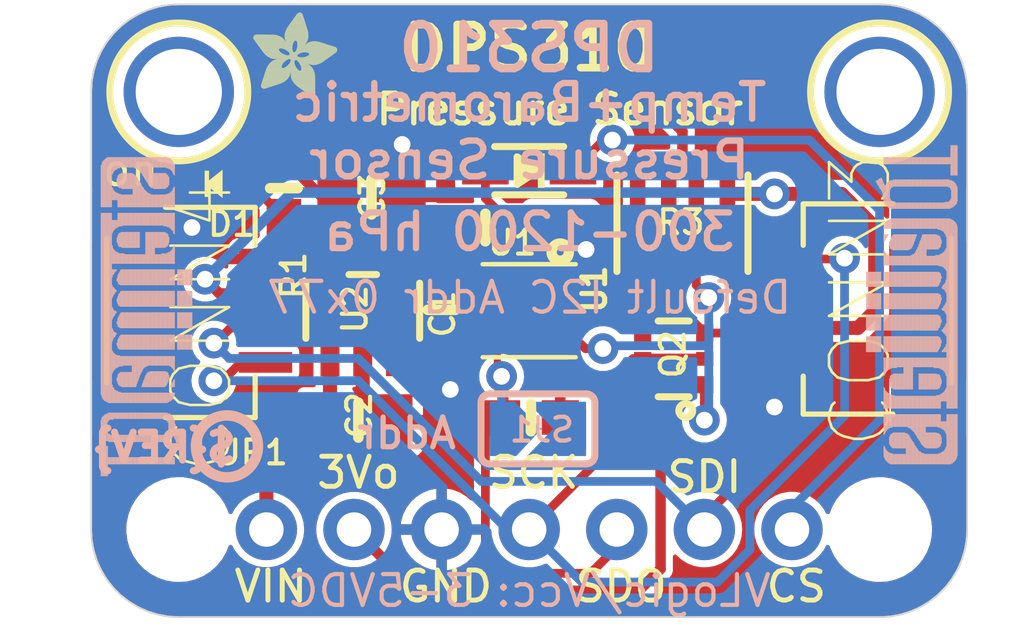
<source format=kicad_pcb>
(kicad_pcb (version 20240108) (generator "pcbnew") (generator_version "8.0")
  (layers (0 "F.Cu" signal) (31 "B.Cu" signal) (34 "B.Paste" user) (35 "F.Paste" user) (36 "B.SilkS" user "B.Silkscreen") (37 "F.SilkS" user "F.Silkscreen") (38 "B.Mask" user) (39 "F.Mask" user) (44 "Edge.Cuts" user))
  (net 0 "")
  (net 1 "GND")
  (net 2 "3.3V")
  (net 3 "VCC")
  (net 4 "N$1")
  (net 5 "SDI_3V")
  (net 6 "SCK_3V")
  (net 7 "CS_3V")
  (net 8 "SDO/ADR")
  (net 9 "SDI/SDA")
  (net 10 "SCK/SCL")
  (net 11 "CS")
  (footprint "Adafruit DPS310:0603-NO" (layer "F.Cu") (at 147.2311 102.5906 180)
    (property "Reference" "R5" (hide yes))
    (property "Value" "10K")
    (pad "1" smd rect (at -0.85 0 180) (size 1.075 1) (layers "F.Cu" "F.Paste" "F.Mask") (net 7 "CS_3V"))
    (pad "2" smd rect (at 0.85 0 180) (size 1.075 1) (layers "F.Cu" "F.Paste" "F.Mask") (net 2 "3.3V"))
  )
  (footprint "Adafruit DPS310:CHIPLED_0603_NOOUTLINE" (layer "F.Cu") (at 139.3571 101.3206 90)
    (property "Reference" "D1" (at -0.762 1.27 0) (layer "F.SilkS") (effects (font (size 0.692831 0.692831) (thickness 0.119969)) (justify right top)))
    (property "Value" "GREEN")
    (pad "A" smd rect (at 0 0.75 90) (size 0.8 0.8) (layers "F.Cu" "F.Paste" "F.Mask") (net 4 "N$1"))
    (pad "C" smd rect (at 0 -0.75 90) (size 0.8 0.8) (layers "F.Cu" "F.Paste" "F.Mask") (net 1 "GND"))
  )
  (footprint "Adafruit DPS310:0805-NO" (layer "F.Cu") (at 143.9291 101.7016)
    (property "Reference" "C3" (at -0.381 -0.762 90) (layer "F.SilkS") (effects (font (size 0.692831 0.692831) (thickness 0.119969)) (justify right top)))
    (property "Value" "10uF")
    (pad "1" smd rect (at -0.95 0) (size 1.24 1.5) (layers "F.Cu" "F.Paste" "F.Mask") (net 2 "3.3V"))
    (pad "2" smd rect (at 0.95 0) (size 1.24 1.5) (layers "F.Cu" "F.Paste" "F.Mask") (net 1 "GND"))
  )
  (footprint "Adafruit DPS310:MOUNTINGHOLE_2.5_PLATED" (layer "F.Cu") (at 138.3411 98.6536)
    (property "Reference" "U$1" (hide yes))
    (property "Value" "MOUNTINGHOLE2.5" (hide yes))
    (pad "P$1" thru_hole circle (at 0 0) (size 3.2 3.2) (drill 2.5) (layers "*.Cu" "*.Mask"))
    (zone (net 0) (net_name "") (layer "F.Cu") (connect_pads (clearance 0)) (min_thickness 0.25)
      (keepout (tracks not_allowed) (vias not_allowed) (pads not_allowed) (copperpour not_allowed) (footprints allowed))
      (fill (thermal_gap 0.5) (thermal_bridge_width 0.5))
      (polygon (pts (xy 140.3571 98.6536) (xy 140.33748 98.373027) (xy 140.279004 98.097915) (xy 140.182808 97.833619) (xy 140.050765 97.585283) (xy 139.885446 97.35774) (xy 139.690067 97.15542) (xy 139.468433 96.98226) (xy 139.224856 96.841631) (xy 138.964078 96.73627) (xy 138.691175 96.668228) (xy 138.411457 96.638828) (xy 138.130371 96.648644) (xy 137.853385 96.697484) (xy 137.585893 96.784397) (xy 137.3331 96.907693) (xy 137.099926 97.06497) (xy 136.890911 97.253169) (xy 136.710122 97.468625) (xy 136.561078 97.707145) (xy 136.44668 97.964087) (xy 136.369154 98.23445) (xy 136.330011 98.512971) (xy 136.330011 98.794229) (xy 136.369154 99.07275) (xy 136.44668 99.343113) (xy 136.561078 99.600055) (xy 136.710122 99.838575) (xy 136.890911 100.054031) (xy 137.099926 100.24223) (xy 137.3331 100.399507) (xy 137.585893 100.522803) (xy 137.853385 100.609716) (xy 138.130371 100.658556) (xy 138.411457 100.668372) (xy 138.691175 100.638972) (xy 138.964078 100.57093) (xy 139.224856 100.465569) (xy 139.468433 100.32494) (xy 139.690067 100.15178) (xy 139.885446 99.94946) (xy 140.050765 99.721917) (xy 140.182808 99.473581) (xy 140.279004 99.209285) (xy 140.33748 98.934173)))
      (polygon (pts (xy 138.3251 98.6536) (xy 138.329786 98.664914) (xy 138.3411 98.6696) (xy 138.352414 98.664914) (xy 138.3571 98.6536) (xy 138.352414 98.642286) (xy 138.3411 98.6376) (xy 138.329786 98.642286)))
    )
    (zone (net 0) (net_name "") (layer "B.Cu") (connect_pads (clearance 0)) (min_thickness 0.25)
      (keepout (tracks not_allowed) (vias not_allowed) (pads not_allowed) (copperpour not_allowed) (footprints allowed))
      (fill (thermal_gap 0.5) (thermal_bridge_width 0.5))
      (polygon (pts (xy 140.3571 98.6536) (xy 140.33748 98.373027) (xy 140.279004 98.097915) (xy 140.182808 97.833619) (xy 140.050765 97.585283) (xy 139.885446 97.35774) (xy 139.690067 97.15542) (xy 139.468433 96.98226) (xy 139.224856 96.841631) (xy 138.964078 96.73627) (xy 138.691175 96.668228) (xy 138.411457 96.638828) (xy 138.130371 96.648644) (xy 137.853385 96.697484) (xy 137.585893 96.784397) (xy 137.3331 96.907693) (xy 137.099926 97.06497) (xy 136.890911 97.253169) (xy 136.710122 97.468625) (xy 136.561078 97.707145) (xy 136.44668 97.964087) (xy 136.369154 98.23445) (xy 136.330011 98.512971) (xy 136.330011 98.794229) (xy 136.369154 99.07275) (xy 136.44668 99.343113) (xy 136.561078 99.600055) (xy 136.710122 99.838575) (xy 136.890911 100.054031) (xy 137.099926 100.24223) (xy 137.3331 100.399507) (xy 137.585893 100.522803) (xy 137.853385 100.609716) (xy 138.130371 100.658556) (xy 138.411457 100.668372) (xy 138.691175 100.638972) (xy 138.964078 100.57093) (xy 139.224856 100.465569) (xy 139.468433 100.32494) (xy 139.690067 100.15178) (xy 139.885446 99.94946) (xy 140.050765 99.721917) (xy 140.182808 99.473581) (xy 140.279004 99.209285) (xy 140.33748 98.934173)))
      (polygon (pts (xy 138.3251 98.6536) (xy 138.329786 98.664914) (xy 138.3411 98.6696) (xy 138.352414 98.664914) (xy 138.3571 98.6536) (xy 138.352414 98.642286) (xy 138.3411 98.6376) (xy 138.329786 98.642286)))
    )
  )
  (footprint "Adafruit DPS310:JST_SH4" (layer "F.Cu") (at 158.6611 105.0036 90)
    (property "Reference" "CONN3" (at -4.092 0.45 90) (layer "F.SilkS") (effects (font (size 1.703222 1.703222) (thickness 0.074778)) (justify left bottom)))
    (property "Value" "STEMMA_I2C_QT" (hide yes))
    (pad "1" smd rect (at -1.5 -2.514 180) (size 1.55 0.6) (layers "F.Cu" "F.Paste" "F.Mask") (net 1 "GND"))
    (pad "2" smd rect (at -0.5 -2.514 180) (size 1.55 0.6) (layers "F.Cu" "F.Paste" "F.Mask") (net 3 "VCC"))
    (pad "3" smd rect (at 0.5 -2.514 180) (size 1.55 0.6) (layers "F.Cu" "F.Paste" "F.Mask") (net 9 "SDI/SDA"))
    (pad "4" smd rect (at 1.5 -2.514 180) (size 1.55 0.6) (layers "F.Cu" "F.Paste" "F.Mask") (net 10 "SCK/SCL"))
    (pad "MT1" smd rect (at -2.8 1.386 180) (size 1.8 1.2) (layers "F.Cu" "F.Paste" "F.Mask"))
    (pad "MT2" smd rect (at 2.8 1.386 180) (size 1.8 1.2) (layers "F.Cu" "F.Paste" "F.Mask"))
  )
  (footprint "Adafruit DPS310:0603-NO" (layer "F.Cu") (at 141.3891 101.4476 -90)
    (property "Reference" "R1" (at 1.778 0.127 90) (layer "F.SilkS") (effects (font (size 0.692831 0.692831) (thickness 0.119969)) (justify right top)))
    (property "Value" "10K")
    (pad "1" smd rect (at -0.85 0 270) (size 1.075 1) (layers "F.Cu" "F.Paste" "F.Mask") (net 2 "3.3V"))
    (pad "2" smd rect (at 0.85 0 270) (size 1.075 1) (layers "F.Cu" "F.Paste" "F.Mask") (net 4 "N$1"))
  )
  (footprint "Adafruit DPS310:RESPACK_4X0603" (layer "F.Cu") (at 152.9461 102.4636 180)
    (property "Reference" "R3" (at -0.711 0.432 0) (layer "F.SilkS") (effects (font (size 0.692831 0.692831) (thickness 0.119969)) (justify right top)))
    (property "Value" "10K")
    (pad "1" smd rect (at -1.3 0.85 180) (size 0.45 0.9) (layers "F.Cu" "F.Paste" "F.Mask") (net 3 "VCC"))
    (pad "2" smd rect (at -0.4 0.85 180) (size 0.45 0.9) (layers "F.Cu" "F.Paste" "F.Mask") (net 2 "3.3V"))
    (pad "3" smd rect (at 0.4 0.85 180) (size 0.45 0.9) (layers "F.Cu" "F.Paste" "F.Mask") (net 3 "VCC"))
    (pad "4" smd rect (at 1.3 0.85 180) (size 0.45 0.9) (layers "F.Cu" "F.Paste" "F.Mask") (net 2 "3.3V"))
    (pad "5" smd rect (at 1.3 -0.85 180) (size 0.45 0.9) (layers "F.Cu" "F.Paste" "F.Mask") (net 5 "SDI_3V"))
    (pad "6" smd rect (at 0.4 -0.85 180) (size 0.45 0.9) (layers "F.Cu" "F.Paste" "F.Mask") (net 9 "SDI/SDA"))
    (pad "7" smd rect (at -0.4 -0.85 180) (size 0.45 0.9) (layers "F.Cu" "F.Paste" "F.Mask") (net 6 "SCK_3V"))
    (pad "8" smd rect (at -1.3 -0.85 180) (size 0.45 0.9) (layers "F.Cu" "F.Paste" "F.Mask") (net 10 "SCK/SCL"))
  )
  (footprint "Adafruit DPS310:BMX280_COMBO" (layer "F.Cu") (at 148.5011 105.0036)
    (property "Reference" "U1" (at -1.26 -1.568 0) (layer "F.SilkS") (effects (font (size 0.692831 0.692831) (thickness 0.119969)) (justify left bottom)))
    (property "Value" "")
    (fp_text user "${REFERENCE}" (at 1.498 -1.39 90) (layer "F.SilkS") (effects (font (size 0.666496 0.666496) (thickness 0.146304)) (justify right top)))
    (pad "1" smd rect (at 0.925 -0.975) (size 0.725 0.35) (layers "F.Cu" "F.Paste" "F.Mask") (net 1 "GND"))
    (pad "2" smd rect (at 0.925 -0.325) (size 0.725 0.35) (layers "F.Cu" "F.Paste" "F.Mask") (net 7 "CS_3V"))
    (pad "3" smd rect (at 0.925 0.325) (size 0.725 0.35) (layers "F.Cu" "F.Paste" "F.Mask") (net 5 "SDI_3V"))
    (pad "4" smd rect (at 0.925 0.975) (size 0.725 0.35) (layers "F.Cu" "F.Paste" "F.Mask") (net 6 "SCK_3V"))
    (pad "5" smd rect (at -0.925 0.975) (size 0.725 0.35) (layers "F.Cu" "F.Paste" "F.Mask") (net 8 "SDO/ADR"))
    (pad "6" smd rect (at -0.925 0.325) (size 0.725 0.35) (layers "F.Cu" "F.Paste" "F.Mask") (net 2 "3.3V"))
    (pad "7" smd rect (at -0.925 -0.325) (size 0.725 0.35) (layers "F.Cu" "F.Paste" "F.Mask") (net 1 "GND"))
    (pad "8" smd rect (at -0.925 -0.975) (size 0.725 0.35) (layers "F.Cu" "F.Paste" "F.Mask") (net 2 "3.3V"))
  )
  (footprint "Adafruit DPS310:FIDUCIAL_1MM" (layer "F.Cu") (at 155.4861 97.5995)
    (property "Reference" "FID4" (hide yes))
    (property "Value" "FIDUCIAL_1MM" (hide yes))
    (pad "1" smd roundrect (at 0 0) (size 1 1) (layers "F.Cu" "F.Mask") (roundrect_rratio 0.5))
  )
  (footprint "Adafruit DPS310:ADAFRUIT_2.5MM" (layer "F.Cu") (at 140.5001 98.7806)
    (property "Reference" "U$4" (hide yes))
    (property "Value" "" (hide yes))
  )
  (footprint "Adafruit DPS310:MOUNTINGHOLE_2.5_PLATED" (layer "F.Cu") (at 158.6611 98.6536)
    (property "Reference" "U$17" (hide yes))
    (property "Value" "MOUNTINGHOLE2.5" (hide yes))
    (pad "P$1" thru_hole circle (at 0 0) (size 3.2 3.2) (drill 2.5) (layers "*.Cu" "*.Mask"))
    (zone (net 0) (net_name "") (layer "F.Cu") (connect_pads (clearance 0)) (min_thickness 0.25)
      (keepout (tracks not_allowed) (vias not_allowed) (pads not_allowed) (copperpour not_allowed) (footprints allowed))
      (fill (thermal_gap 0.5) (thermal_bridge_width 0.5))
      (polygon (pts (xy 160.6771 98.6536) (xy 160.65748 98.373027) (xy 160.599004 98.097915) (xy 160.502808 97.833619) (xy 160.370765 97.585283) (xy 160.205446 97.35774) (xy 160.010067 97.15542) (xy 159.788433 96.98226) (xy 159.544856 96.841631) (xy 159.284078 96.73627) (xy 159.011175 96.668228) (xy 158.731457 96.638828) (xy 158.450371 96.648644) (xy 158.173385 96.697484) (xy 157.905893 96.784397) (xy 157.6531 96.907693) (xy 157.419926 97.06497) (xy 157.210911 97.253169) (xy 157.030122 97.468625) (xy 156.881078 97.707145) (xy 156.76668 97.964087) (xy 156.689154 98.23445) (xy 156.650011 98.512971) (xy 156.650011 98.794229) (xy 156.689154 99.07275) (xy 156.76668 99.343113) (xy 156.881078 99.600055) (xy 157.030122 99.838575) (xy 157.210911 100.054031) (xy 157.419926 100.24223) (xy 157.6531 100.399507) (xy 157.905893 100.522803) (xy 158.173385 100.609716) (xy 158.450371 100.658556) (xy 158.731457 100.668372) (xy 159.011175 100.638972) (xy 159.284078 100.57093) (xy 159.544856 100.465569) (xy 159.788433 100.32494) (xy 160.010067 100.15178) (xy 160.205446 99.94946) (xy 160.370765 99.721917) (xy 160.502808 99.473581) (xy 160.599004 99.209285) (xy 160.65748 98.934173)))
      (polygon (pts (xy 158.6451 98.6536) (xy 158.649786 98.664914) (xy 158.6611 98.6696) (xy 158.672414 98.664914) (xy 158.6771 98.6536) (xy 158.672414 98.642286) (xy 158.6611 98.6376) (xy 158.649786 98.642286)))
    )
    (zone (net 0) (net_name "") (layer "B.Cu") (connect_pads (clearance 0)) (min_thickness 0.25)
      (keepout (tracks not_allowed) (vias not_allowed) (pads not_allowed) (copperpour not_allowed) (footprints allowed))
      (fill (thermal_gap 0.5) (thermal_bridge_width 0.5))
      (polygon (pts (xy 160.6771 98.6536) (xy 160.65748 98.373027) (xy 160.599004 98.097915) (xy 160.502808 97.833619) (xy 160.370765 97.585283) (xy 160.205446 97.35774) (xy 160.010067 97.15542) (xy 159.788433 96.98226) (xy 159.544856 96.841631) (xy 159.284078 96.73627) (xy 159.011175 96.668228) (xy 158.731457 96.638828) (xy 158.450371 96.648644) (xy 158.173385 96.697484) (xy 157.905893 96.784397) (xy 157.6531 96.907693) (xy 157.419926 97.06497) (xy 157.210911 97.253169) (xy 157.030122 97.468625) (xy 156.881078 97.707145) (xy 156.76668 97.964087) (xy 156.689154 98.23445) (xy 156.650011 98.512971) (xy 156.650011 98.794229) (xy 156.689154 99.07275) (xy 156.76668 99.343113) (xy 156.881078 99.600055) (xy 157.030122 99.838575) (xy 157.210911 100.054031) (xy 157.419926 100.24223) (xy 157.6531 100.399507) (xy 157.905893 100.522803) (xy 158.173385 100.609716) (xy 158.450371 100.658556) (xy 158.731457 100.668372) (xy 159.011175 100.638972) (xy 159.284078 100.57093) (xy 159.544856 100.465569) (xy 159.788433 100.32494) (xy 160.010067 100.15178) (xy 160.205446 99.94946) (xy 160.370765 99.721917) (xy 160.502808 99.473581) (xy 160.599004 99.209285) (xy 160.65748 98.934173)))
      (polygon (pts (xy 158.6451 98.6536) (xy 158.649786 98.664914) (xy 158.6611 98.6696) (xy 158.672414 98.664914) (xy 158.6771 98.6536) (xy 158.672414 98.642286) (xy 158.6611 98.6376) (xy 158.649786 98.642286)))
    )
  )
  (footprint "Adafruit DPS310:JST_SH4" (layer "F.Cu") (at 138.3411 105.0036 -90)
    (property "Reference" "CONN4" (at -3.965 0.323 90) (layer "F.SilkS") (effects (font (size 1.703222 1.703222) (thickness 0.074778)) (justify right top)))
    (property "Value" "STEMMA_I2C_QT" (hide yes))
    (pad "1" smd rect (at -1.5 -2.514) (size 1.55 0.6) (layers "F.Cu" "F.Paste" "F.Mask") (net 1 "GND"))
    (pad "2" smd rect (at -0.5 -2.514) (size 1.55 0.6) (layers "F.Cu" "F.Paste" "F.Mask") (net 3 "VCC"))
    (pad "3" smd rect (at 0.5 -2.514) (size 1.55 0.6) (layers "F.Cu" "F.Paste" "F.Mask") (net 9 "SDI/SDA"))
    (pad "4" smd rect (at 1.5 -2.514) (size 1.55 0.6) (layers "F.Cu" "F.Paste" "F.Mask") (net 10 "SCK/SCL"))
    (pad "MT1" smd rect (at -2.8 1.386) (size 1.8 1.2) (layers "F.Cu" "F.Paste" "F.Mask"))
    (pad "MT2" smd rect (at 2.8 1.386) (size 1.8 1.2) (layers "F.Cu" "F.Paste" "F.Mask"))
  )
  (footprint "Adafruit DPS310:0805-NO" (layer "F.Cu") (at 143.5481 108.1786)
    (property "Reference" "C2" (at -0.381 -0.889 90) (layer "F.SilkS") (effects (font (size 0.692831 0.692831) (thickness 0.119969)) (justify right top)))
    (property "Value" "10uF")
    (pad "1" smd rect (at -0.95 0) (size 1.24 1.5) (layers "F.Cu" "F.Paste" "F.Mask") (net 3 "VCC"))
    (pad "2" smd rect (at 0.95 0) (size 1.24 1.5) (layers "F.Cu" "F.Paste" "F.Mask") (net 1 "GND"))
  )
  (footprint "Adafruit DPS310:FIDUCIAL_1MM" (layer "F.Cu") (at 136.8171 109.5121)
    (property "Reference" "FID3" (hide yes))
    (property "Value" "FIDUCIAL_1MM" (hide yes))
    (pad "1" smd roundrect (at 0 0) (size 1 1) (layers "F.Cu" "F.Mask") (roundrect_rratio 0.5))
  )
  (footprint "" (layer "F.Cu") (at 138.3411 111.3536)
    (property "Reference" "@HOLE0" (hide yes))
    (property "Value" "" (at 0 0 0) (layer "F.SilkS") (effects (font (size 1.27 1.27))))
    (pad "" np_thru_hole circle (at 0 0) (size 2.54 2.54) (drill 2.54) (layers "*.Cu" "*.Mask"))
  )
  (footprint "Adafruit DPS310:0603-NO" (layer "F.Cu") (at 145.9611 104.9782 -90)
    (property "Reference" "C1" (at -0.635 0.381 90) (layer "F.SilkS") (effects (font (size 0.692831 0.692831) (thickness 0.119969)) (justify right top)))
    (property "Value" "0.1uF")
    (pad "1" smd rect (at -0.85 0 270) (size 1.075 1) (layers "F.Cu" "F.Paste" "F.Mask") (net 2 "3.3V"))
    (pad "2" smd rect (at 0.85 0 270) (size 1.075 1) (layers "F.Cu" "F.Paste" "F.Mask") (net 1 "GND"))
  )
  (footprint "Adafruit DPS310:SOT363" (layer "F.Cu") (at 152.6921 106.4006 90)
    (property "Reference" "Q2" (at -0.635 0.381 90) (layer "F.SilkS") (effects (font (size 0.692831 0.692831) (thickness 0.119969)) (justify left bottom)))
    (property "Value" "BSS138")
    (pad "1" smd rect (at -0.75 0.9 90) (size 0.5 0.5) (layers "F.Cu" "F.Paste" "F.Mask") (net 6 "SCK_3V"))
    (pad "2" smd rect (at 0 0.9 90) (size 0.4 0.5) (layers "F.Cu" "F.Paste" "F.Mask") (net 2 "3.3V"))
    (pad "3" smd rect (at 0.75 0.9 90) (size 0.5 0.5) (layers "F.Cu" "F.Paste" "F.Mask") (net 9 "SDI/SDA"))
    (pad "4" smd rect (at 0.75 -0.9 90) (size 0.5 0.5) (layers "F.Cu" "F.Paste" "F.Mask") (net 5 "SDI_3V"))
    (pad "5" smd rect (at 0 -0.9 90) (size 0.4 0.5) (layers "F.Cu" "F.Paste" "F.Mask") (net 2 "3.3V"))
    (pad "6" smd rect (at -0.75 -0.9 90) (size 0.5 0.5) (layers "F.Cu" "F.Paste" "F.Mask") (net 10 "SCK/SCL"))
  )
  (footprint "Adafruit DPS310:SOD-323" (layer "F.Cu") (at 148.5011 100.9396 180)
    (property "Reference" "D2" (hide yes))
    (property "Value" "1N4148")
    (pad "A" smd rect (at 1.27 0 180) (size 1.35 0.8) (layers "F.Cu" "F.Paste" "F.Mask") (net 7 "CS_3V"))
    (pad "C" smd rect (at -1.27 0 180) (size 1.35 0.8) (layers "F.Cu" "F.Paste" "F.Mask") (net 11 "CS"))
  )
  (footprint "Adafruit DPS310:0603-NO" (layer "F.Cu") (at 148.5519 108.1024)
    (property "Reference" "R4" (hide yes))
    (property "Value" "10K")
    (pad "1" smd rect (at -0.85 0) (size 1.075 1) (layers "F.Cu" "F.Paste" "F.Mask") (net 8 "SDO/ADR"))
    (pad "2" smd rect (at 0.85 0) (size 1.075 1) (layers "F.Cu" "F.Paste" "F.Mask") (net 2 "3.3V"))
  )
  (footprint "Adafruit DPS310:1X07_ROUND_70" (layer "F.Cu") (at 148.5011 111.3536)
    (property "Reference" "JP1" (at -8.9662 -1.8288 0) (layer "F.SilkS") (effects (font (size 0.692831 0.692831) (thickness 0.119969)) (justify left bottom)))
    (property "Value" "")
    (pad "1" thru_hole circle (at -7.62 0 90) (size 1.778 1.778) (drill 1) (layers "*.Cu" "*.Mask") (net 3 "VCC"))
    (pad "2" thru_hole circle (at -5.08 0 90) (size 1.778 1.778) (drill 1) (layers "*.Cu" "*.Mask") (net 2 "3.3V"))
    (pad "3" thru_hole circle (at -2.54 0 90) (size 1.778 1.778) (drill 1) (layers "*.Cu" "*.Mask") (net 1 "GND"))
    (pad "4" thru_hole circle (at 0 0 90) (size 1.778 1.778) (drill 1) (layers "*.Cu" "*.Mask") (net 10 "SCK/SCL"))
    (pad "5" thru_hole circle (at 2.54 0 90) (size 1.778 1.778) (drill 1) (layers "*.Cu" "*.Mask") (net 8 "SDO/ADR"))
    (pad "6" thru_hole circle (at 5.08 0 90) (size 1.778 1.778) (drill 1) (layers "*.Cu" "*.Mask") (net 9 "SDI/SDA"))
    (pad "7" thru_hole circle (at 7.62 0 90) (size 1.778 1.778) (drill 1) (layers "*.Cu" "*.Mask") (net 11 "CS"))
  )
  (footprint "Adafruit DPS310:SOT23-5" (layer "F.Cu") (at 143.6751 105.0036)
    (property "Reference" "U2" (at -0.635 -0.816 90) (layer "F.SilkS") (effects (font (size 0.692831 0.692831) (thickness 0.119969)) (justify right top)))
    (property "Value" "AP2112K-3.3")
    (pad "1" smd rect (at -0.95 1.3001) (size 0.55 1.2) (layers "F.Cu" "F.Paste" "F.Mask") (net 3 "VCC"))
    (pad "2" smd rect (at 0 1.3001) (size 0.55 1.2) (layers "F.Cu" "F.Paste" "F.Mask") (net 1 "GND"))
    (pad "3" smd rect (at 0.95 1.3001) (size 0.55 1.2) (layers "F.Cu" "F.Paste" "F.Mask") (net 3 "VCC"))
    (pad "4" smd rect (at 0.95 -1.3001) (size 0.55 1.2) (layers "F.Cu" "F.Paste" "F.Mask"))
    (pad "5" smd rect (at -0.95 -1.3001) (size 0.55 1.2) (layers "F.Cu" "F.Paste" "F.Mask") (net 2 "3.3V"))
  )
  (footprint "" (layer "F.Cu") (at 158.6611 111.3536)
    (property "Reference" "@HOLE1" (hide yes))
    (property "Value" "" (at 0 0 0) (layer "F.SilkS") (effects (font (size 1.27 1.27))))
    (pad "" np_thru_hole circle (at 0 0) (size 2.54 2.54) (drill 2.54) (layers "*.Cu" "*.Mask"))
  )
  (footprint "Adafruit DPS310:STEMMAQT" (layer "B.Cu") (at 158.2801 109.4486 90)
    (property "Reference" "U$30" (hide yes))
    (property "Value" "" (hide yes))
  )
  (footprint "Adafruit DPS310:STEMMAQT" (layer "B.Cu") (at 138.7221 100.5586 -90)
    (property "Reference" "U$31" (hide yes))
    (property "Value" "" (hide yes))
  )
  (footprint "Adafruit DPS310:PCBFEAT-REV-040" (layer "B.Cu") (at 139.7381 108.9406 180)
    (property "Reference" "U$25" (hide yes))
    (property "Value" "" (hide yes))
    (fp_text user "${REV}" (at -0.3556 -0.508 0) (layer "B.SilkS") (effects (font (size 0.8128 0.8128) (thickness 0.2032)) (justify left bottom mirror)))
  )
  (footprint "Adafruit DPS310:SOLDERJUMPER_ARROW_NOPASTE" (layer "B.Cu") (at 148.7551 108.4326)
    (property "Reference" "SJ1" (at -0.889 -0.381 0) (layer "B.SilkS") (effects (font (size 0.692831 0.692831) (thickness 0.119969)) (justify right top mirror)))
    (property "Value" "")
    (fp_poly (pts (xy 0.106121 -0.002663) (xy -0.679416 -0.7882) (xy -1.3946 -0.7882) (xy -1.3946 0.7882) (xy -0.62715 0.7882)) (fill solid) (layer "B.Cu"))
    (fp_poly (pts (xy 1.3946 -0.7882) (xy -0.315893 -0.7882) (xy 0.443148 0) (xy -0.315893 0.7882) (xy 1.3946 0.7882)) (fill solid) (layer "B.Cu"))
    (pad "1" smd roundrect (at -1.016 0) (size 0.762 1.524) (layers "B.Cu") (net 8 "SDO/ADR"))
    (pad "2" smd roundrect (at 1.016 0) (size 0.762 1.524) (layers "B.Cu") (net 1 "GND"))
  )
  (gr_arc (start 135.8011 98.6536) (mid 136.545049 96.857549) (end 138.3411 96.1136) (stroke (width 0.05)) (layer "Edge.Cuts"))
  (gr_line (start 161.2011 111.3536) (end 161.2011 98.6536) (stroke (width 0.05)) (layer "Edge.Cuts"))
  (gr_line (start 158.6611 96.1136) (end 138.3411 96.1136) (stroke (width 0.05)) (layer "Edge.Cuts"))
  (gr_arc (start 161.2011 111.3536) (mid 160.457151 113.149651) (end 158.6611 113.8936) (stroke (width 0.05)) (layer "Edge.Cuts"))
  (gr_arc (start 158.6611 96.1136) (mid 160.457151 96.857549) (end 161.2011 98.6536) (stroke (width 0.05)) (layer "Edge.Cuts"))
  (gr_arc (start 138.3411 113.8936) (mid 136.545049 113.149651) (end 135.8011 111.3536) (stroke (width 0.05)) (layer "Edge.Cuts"))
  (gr_line (start 138.3411 113.8936) (end 158.6611 113.8936) (stroke (width 0.05)) (layer "Edge.Cuts"))
  (gr_line (start 135.8011 98.6536) (end 135.8011 111.3536) (stroke (width 0.05)) (layer "Edge.Cuts"))
  (gr_text "DPS310" (at 148.5011 97.3836 0) (layer "B.SilkS") (effects (font (size 1.2954 1.2954) (thickness 0.2286)) (justify mirror)))
  (gr_text "VLogic/Vcc: 3-5VDC" (at 148.5011 113.1316 0) (layer "B.SilkS") (effects (font (size 0.89408 0.89408) (thickness 0.12192)) (justify mirror)))
  (gr_text "Temp+Barometric\nPressure Sensor" (at 148.5011 99.7966 0) (layer "B.SilkS") (effects (font (size 1.03632 1.03632) (thickness 0.18288)) (justify mirror)))
  (gr_text "Addr" (at 144.9451 108.5596 0) (layer "B.SilkS") (effects (font (size 0.8636 0.8636) (thickness 0.1524)) (justify mirror)))
  (gr_text "300-1200 hPa" (at 148.5011 102.7176 0) (layer "B.SilkS") (effects (font (size 1.03632 1.03632) (thickness 0.18288)) (justify mirror)))
  (gr_text "Default I2C Addr 0x77" (at 148.5011 104.6226 0) (layer "B.SilkS") (effects (font (size 0.89408 0.89408) (thickness 0.12192)) (justify mirror)))
  (gr_text "CS" (at 156.2481 113.0046 0) (layer "F.SilkS") (effects (font (size 0.87376 0.87376) (thickness 0.14224))))
  (gr_text "VIN" (at 141.0081 113.0046 0) (layer "F.SilkS") (effects (font (size 0.87376 0.87376) (thickness 0.14224))))
  (gr_text "SDO" (at 151.1681 113.0046 0) (layer "F.SilkS") (effects (font (size 0.87376 0.87376) (thickness 0.14224))))
  (gr_text "SCK" (at 148.6281 109.7026 0) (layer "F.SilkS") (effects (font (size 0.87376 0.87376) (thickness 0.14224))))
  (gr_text "GND" (at 146.0881 113.0046 0) (layer "F.SilkS") (effects (font (size 0.87376 0.87376) (thickness 0.14224))))
  (gr_text "on" (at 136.0551 101.4476 0) (layer "F.SilkS") (effects (font (size 0.89408 0.89408) (thickness 0.12192)) (justify left bottom)))
  (gr_text "3Vo" (at 143.5481 109.7026 0) (layer "F.SilkS") (effects (font (size 0.87376 0.87376) (thickness 0.14224))))
  (gr_text "Pressure Sensor" (at 149.3901 99.1616 0) (layer "F.SilkS") (effects (font (size 0.8636 0.8636) (thickness 0.1524))))
  (gr_text "SDI" (at 153.5811 109.8296 0) (layer "F.SilkS") (effects (font (size 0.87376 0.87376) (thickness 0.14224))))
  (gr_text "DPS310" (at 148.5011 97.3836 0) (layer "F.SilkS") (effects (font (size 1.25222 1.25222) (thickness 0.22098))))
  (segment (start 143.6751 106.3037) (end 143.6751 107.3556) (width 0.4064) (layer "F.Cu") (net 1))
  (segment (start 143.6751 107.3556) (end 144.4981 108.1786) (width 0.4064) (layer "F.Cu") (net 1))
  (via (at 144.8181 100.1776) (size 0.889) (drill 0.4826) (layers "F.Cu" "B.Cu") (net 1))
  (via (at 138.7221 102.5906) (size 0.889) (drill 0.4826) (layers "F.Cu" "B.Cu") (net 1))
  (via (at 155.6131 107.7976) (size 0.889) (drill 0.4826) (layers "F.Cu" "B.Cu") (net 1))
  (via (at 150.1521 103.2256) (size 0.889) (drill 0.4826) (layers "F.Cu" "B.Cu") (net 1))
  (via (at 146.2151 107.2896) (size 0.889) (drill 0.4826) (layers "F.Cu" "B.Cu") (net 1))
  (segment (start 141.3891 99.9236) (end 142.9131 98.3996) (width 0.3048) (layer "F.Cu") (net 2))
  (segment (start 152.5651 106.4006) (end 153.5921 106.4006) (width 0.3048) (layer "F.Cu") (net 2))
  (segment (start 145.1991 113.1316) (end 151.6761 113.1316) (width 0.3048) (layer "F.Cu") (net 2))
  (segment (start 141.3891 100.5976) (end 141.3891 99.9236) (width 0.3048) (layer "F.Cu") (net 2))
  (segment (start 151.6761 113.1316) (end 152.3111 112.4966) (width 0.3048) (layer "F.Cu") (net 2))
  (segment (start 151.7921 106.4006) (end 152.5651 106.4006) (width 0.3048) (layer "F.Cu") (net 2))
  (segment (start 146.7231 105.0036) (end 147.0481 105.3286) (width 0.3048) (layer "F.Cu") (net 2))
  (segment (start 151.6461 100.9696) (end 151.6461 101.6136) (width 0.3048) (layer "F.Cu") (net 2))
  (segment (start 141.3891 100.5976) (end 142.4931 101.7016) (width 0.3048) (layer "F.Cu") (net 2))
  (segment (start 151.5491 98.3996) (end 152.9461 99.7966) (width 0.3048) (layer "F.Cu") (net 2))
  (segment (start 148.5011 105.6386) (end 148.1911 105.3286) (width 0.3048) (layer "F.Cu") (net 2))
  (segment (start 152.9461 100.6856) (end 151.9301 100.6856) (width 0.3048) (layer "F.Cu") (net 2))
  (segment (start 146.7231 105.0036) (end 146.7231 104.3686) (width 0.3048) (layer "F.Cu") (net 2))
  (segment (start 142.7251 101.9556) (end 142.9791 101.7016) (width 0.4064) (layer "F.Cu") (net 2))
  (segment (start 153.3461 101.6136) (end 153.3461 101.0856) (width 0.3048) (layer "F.Cu") (net 2))
  (segment (start 152.3111 112.4966) (end 152.3111 109.0676) (width 0.3048) (layer "F.Cu") (net 2))
  (segment (start 151.7921 106.4006) (end 151.7747 106.418) (width 0.3048) (layer "F.Cu") (net 2))
  (segment (start 143.6807 104.6591) (end 145.1762 104.6591) (width 0.3048) (layer "F.Cu") (net 2))
  (segment (start 145.7071 104.1282) (end 145.9611 104.1282) (width 0.3048) (layer "F.Cu") (net 2))
  (segment (start 145.9611 103.3526) (end 146.3811 102.9326) (width 0.4064) (layer "F.Cu") (net 2))
  (segment (start 152.3111 109.0676) (end 152.5651 108.8136) (width 0.3048) (layer "F.Cu") (net 2))
  (segment (start 146.7231 104.3686) (end 146.4827 104.1282) (width 0.3048) (layer "F.Cu") (net 2))
  (segment (start 145.7071 104.1282) (end 145.1762 104.6591) (width 0.3048) (layer "F.Cu") (net 2))
  (segment (start 142.4931 101.7016) (end 142.9791 101.7016) (width 0.3048) (layer "F.Cu") (net 2))
  (segment (start 143.4211 111.3536) (end 145.1991 113.1316) (width 0.3048) (layer "F.Cu") (net 2))
  (segment (start 149.4019 107.2134) (end 149.4527 107.1626) (width 0.3048) (layer "F.Cu") (net 2))
  (segment (start 151.9301 100.6856) (end 151.6461 100.9696) (width 0.3048) (layer "F.Cu") (net 2))
  (segment (start 149.4527 107.1626) (end 150.777206 107.1626) (width 0.3048) (layer "F.Cu") (net 2))
  (segment (start 147.0481 105.3286) (end 147.5761 105.3286) (width 0.3048) (layer "F.Cu") (net 2))
  (segment (start 146.3811 102.9326) (end 146.3811 102.5906) (width 0.4064) (layer "F.Cu") (net 2))
  (segment (start 152.5651 108.8136) (end 152.5651 106.4006) (width 0.3048) (layer "F.Cu") (net 2))
  (segment (start 142.9131 98.3996) (end 151.5491 98.3996) (width 0.3048) (layer "F.Cu") (net 2))
  (segment (start 147.5761 104.0286) (end 146.0607 104.0286) (width 0.3048) (layer "F.Cu") (net 2))
  (segment (start 153.3461 101.0856) (end 152.9461 100.6856) (width 0.3048) (layer "F.Cu") (net 2))
  (segment (start 146.4827 104.1282) (end 145.9611 104.1282) (width 0.3048) (layer "F.Cu") (net 2))
  (segment (start 151.7747 106.418) (end 151.521806 106.418) (width 0.3048) (layer "F.Cu") (net 2))
  (segment (start 149.4019 108.1024) (end 149.4019 107.2134) (width 0.3048) (layer "F.Cu") (net 2))
  (segment (start 148.5011 105.6386) (end 148.5011 106.3126) (width 0.3048) (layer "F.Cu") (net 2))
  (segment (start 151.521806 106.418) (end 150.777206 107.1626) (width 0.3048) (layer "F.Cu") (net 2))
  (segment (start 142.7251 103.7035) (end 143.6807 104.6591) (width 0.3048) (layer "F.Cu") (net 2))
  (segment (start 148.1911 105.3286) (end 147.5761 105.3286) (width 0.3048) (layer "F.Cu") (net 2))
  (segment (start 149.4019 107.2134) (end 148.5011 106.3126) (width 0.3048) (layer "F.Cu") (net 2))
  (segment (start 145.9611 104.1282) (end 145.9611 103.3526) (width 0.4064) (layer "F.Cu") (net 2))
  (segment (start 146.0607 104.0286) (end 145.9611 104.1282) (width 0.3048) (layer "F.Cu") (net 2))
  (segment (start 152.9461 99.7966) (end 152.9461 100.6856) (width 0.3048) (layer "F.Cu") (net 2))
  (segment (start 142.7251 103.7035) (end 142.7251 101.9556) (width 0.4064) (layer "F.Cu") (net 2))
  (segment (start 154.2461 101.6136) (end 155.6131 101.6136) (width 0.4064) (layer "F.Cu") (net 3))
  (segment (start 152.8191 102.4636) (end 153.9621 102.4636) (width 0.3048) (layer "F.Cu") (net 3))
  (segment (start 140.8811 111.3536) (end 140.8811 109.8956) (width 0.4064) (layer "F.Cu") (net 3))
  (segment (start 152.5461 102.1906) (end 152.8191 102.4636) (width 0.3048) (layer "F.Cu") (net 3))
  (segment (start 142.7861 105.2576) (end 142.7251 105.3186) (width 0.4064) (layer "F.Cu") (net 3))
  (segment (start 139.5175 104.5036) (end 139.1031 104.0892) (width 0.3048) (layer "F.Cu") (net 3))
  (segment (start 140.8811 109.8956) (end 142.5981 108.1786) (width 0.4064) (layer "F.Cu") (net 3))
  (segment (start 158.5341 102.5906) (end 158.5341 105.0036) (width 0.4064) (layer "F.Cu") (net 3))
  (segment (start 152.5461 101.6136) (end 152.5461 102.1906) (width 0.3048) (layer "F.Cu") (net 3))
  (segment (start 140.8551 104.5036) (end 141.9101 104.5036) (width 0.4064) (layer "F.Cu") (net 3))
  (segment (start 155.6131 101.6136) (end 157.5571 101.6136) (width 0.4064) (layer "F.Cu") (net 3))
  (segment (start 144.6251 105.4456) (end 144.4371 105.2576) (width 0.4064) (layer "F.Cu") (net 3))
  (segment (start 158.0341 105.5036) (end 156.1471 105.5036) (width 0.4064) (layer "F.Cu") (net 3))
  (segment (start 144.6251 106.3037) (end 144.6251 105.4456) (width 0.4064) (layer "F.Cu") (net 3))
  (segment (start 141.9101 104.5036) (end 142.7251 105.3186) (width 0.4064) (layer "F.Cu") (net 3))
  (segment (start 142.7251 108.0516) (end 142.5981 108.1786) (width 0.4064) (layer "F.Cu") (net 3))
  (segment (start 142.7251 106.3037) (end 142.7251 108.0516) (width 0.4064) (layer "F.Cu") (net 3))
  (segment (start 158.5341 105.0036) (end 158.0341 105.5036) (width 0.4064) (layer "F.Cu") (net 3))
  (segment (start 153.9621 102.4636) (end 154.2461 102.1796) (width 0.3048) (layer "F.Cu") (net 3))
  (segment (start 154.2461 102.1796) (end 154.2461 101.6136) (width 0.3048) (layer "F.Cu") (net 3))
  (segment (start 140.8551 104.5036) (end 139.5175 104.5036) (width 0.3048) (layer "F.Cu") (net 3))
  (segment (start 157.5571 101.6136) (end 158.5341 102.5906) (width 0.4064) (layer "F.Cu") (net 3))
  (segment (start 144.4371 105.2576) (end 142.7861 105.2576) (width 0.4064) (layer "F.Cu") (net 3))
  (segment (start 142.7251 105.3186) (end 142.7251 106.3037) (width 0.4064) (layer "F.Cu") (net 3))
  (via (at 155.6131 101.6136) (size 0.889) (drill 0.4826) (layers "F.Cu" "B.Cu") (net 3))
  (via (at 139.1031 104.0892) (size 0.889) (drill 0.4826) (layers "F.Cu" "B.Cu") (net 3))
  (segment (start 155.6131 101.5746) (end 155.6131 101.6136) (width 0.3048) (layer "B.Cu") (net 3))
  (segment (start 141.6177 101.5746) (end 155.6131 101.5746) (width 0.3048) (layer "B.Cu") (net 3))
  (segment (start 139.1031 104.0892) (end 141.6177 101.5746) (width 0.3048) (layer "B.Cu") (net 3))
  (segment (start 140.1071 101.3206) (end 140.4121 101.3206) (width 0.254) (layer "F.Cu") (net 4))
  (segment (start 140.4121 101.3206) (end 141.3891 102.2976) (width 0.254) (layer "F.Cu") (net 4))
  (segment (start 151.6461 104.9776) (end 151.2951 105.3286) (width 0.254) (layer "F.Cu") (net 5))
  (segment (start 151.4701 105.3286) (end 151.7921 105.6506) (width 0.254) (layer "F.Cu") (net 5))
  (segment (start 151.2951 105.3286) (end 151.4701 105.3286) (width 0.254) (layer "F.Cu") (net 5))
  (segment (start 151.6461 103.3136) (end 151.6461 104.9776) (width 0.254) (layer "F.Cu") (net 5))
  (segment (start 149.4261 105.3286) (end 151.2951 105.3286) (width 0.254) (layer "F.Cu") (net 5))
  (segment (start 153.3461 103.3136) (end 153.3461 104.2606) (width 0.254) (layer "F.Cu") (net 6))
  (segment (start 150.1324 106.1033) (end 150.6404 106.1033) (width 0.254) (layer "F.Cu") (net 6))
  (segment (start 149.4261 105.9786) (end 150.0077 105.9786) (width 0.254) (layer "F.Cu") (net 6))
  (segment (start 153.5811 107.1616) (end 153.5921 107.1506) (width 0.254) (layer "F.Cu") (net 6))
  (segment (start 153.3461 104.2606) (end 153.7081 104.6226) (width 0.254) (layer "F.Cu") (net 6))
  (segment (start 150.0077 105.9786) (end 150.1324 106.1033) (width 0.254) (layer "F.Cu") (net 6))
  (segment (start 153.5811 108.1786) (end 153.5811 107.1616) (width 0.254) (layer "F.Cu") (net 6))
  (via (at 150.6404 106.1033) (size 0.889) (drill 0.4826) (layers "F.Cu" "B.Cu") (net 6))
  (via (at 153.7081 104.6226) (size 0.889) (drill 0.4826) (layers "F.Cu" "B.Cu") (net 6))
  (via (at 153.5811 108.1786) (size 0.889) (drill 0.4826) (layers "F.Cu" "B.Cu") (net 6))
  (segment (start 150.7241 106.0196) (end 153.7081 106.0196) (width 0.254) (layer "B.Cu") (net 6))
  (segment (start 153.7081 108.0516) (end 153.5811 108.1786) (width 0.254) (layer "B.Cu") (net 6))
  (segment (start 153.7081 104.6226) (end 153.7081 106.0196) (width 0.254) (layer "B.Cu") (net 6))
  (segment (start 153.7081 106.0196) (end 153.7081 108.0516) (width 0.254) (layer "B.Cu") (net 6))
  (segment (start 150.6404 106.1033) (end 150.7241 106.0196) (width 0.254) (layer "B.Cu") (net 6))
  (segment (start 151.0411 102.8836) (end 150.2401 102.0826) (width 0.254) (layer "F.Cu") (net 7))
  (segment (start 150.7311 104.6786) (end 149.4261 104.6786) (width 0.254) (layer "F.Cu") (net 7))
  (segment (start 148.5891 102.0826) (end 148.0811 102.5906) (width 0.254) (layer "F.Cu") (net 7))
  (segment (start 147.2311 100.9396) (end 147.2311 101.7406) (width 0.254) (layer "F.Cu") (net 7))
  (segment (start 148.0811 102.5906) (end 147.2311 101.7406) (width 0.254) (layer "F.Cu") (net 7))
  (segment (start 150.2401 102.0826) (end 148.5891 102.0826) (width 0.254) (layer "F.Cu") (net 7))
  (segment (start 151.0411 104.3686) (end 151.0411 102.8836) (width 0.254) (layer "F.Cu") (net 7))
  (segment (start 151.0411 104.3686) (end 150.7311 104.6786) (width 0.254) (layer "F.Cu") (net 7))
  (segment (start 147.5761 106.7086) (end 147.7761 106.9086) (width 0.2032) (layer "F.Cu") (net 8))
  (segment (start 147.7761 108.0282) (end 147.7019 108.1024) (width 0.254) (layer "F.Cu") (net 8))
  (segment (start 147.2311 108.5732) (end 147.2311 112.1156) (width 0.254) (layer "F.Cu") (net 8))
  (segment (start 151.0411 111.8616) (end 151.0411 111.3536) (width 0.254) (layer "F.Cu") (net 8))
  (segment (start 147.7761 106.9086) (end 147.701 106.9086) (width 0.254) (layer "F.Cu") (net 8))
  (segment (start 147.7019 108.1024) (end 147.2311 108.5732) (width 0.254) (layer "F.Cu") (net 8))
  (segment (start 150.2791 112.6236) (end 151.0411 111.8616) (width 0.254) (layer "F.Cu") (net 8))
  (segment (start 147.5761 105.9786) (end 147.5761 106.7086) (width 0.2032) (layer "F.Cu") (net 8))
  (segment (start 147.7761 106.9086) (end 147.7761 108.0282) (width 0.254) (layer "F.Cu") (net 8))
  (segment (start 147.7391 112.6236) (end 150.2791 112.6236) (width 0.254) (layer "F.Cu") (net 8))
  (segment (start 147.2311 112.1156) (end 147.7391 112.6236) (width 0.254) (layer "F.Cu") (net 8))
  (segment (start 147.701 106.9086) (end 147.7011 106.9085) (width 0.254) (layer "F.Cu") (net 8))
  (via (at 147.701 106.9086) (size 0.889) (drill 0.4826) (layers "F.Cu" "B.Cu") (net 8))
  (segment (start 147.701 106.9086) (end 147.701 108.3945) (width 0.254) (layer "B.Cu") (net 8))
  (segment (start 147.701 108.3945) (end 147.7391 108.4326) (width 0.254) (layer "B.Cu") (net 8))
  (segment (start 153.5811 110.9726) (end 154.4701 110.0836) (width 0.254) (layer "F.Cu") (net 9))
  (segment (start 139.3993 105.9434) (end 139.3571 105.9434) (width 0.254) (layer "F.Cu") (net 9))
  (segment (start 140.8551 105.5036) (end 139.8391 105.5036) (width 0.254) (layer "F.Cu") (net 9))
  (segment (start 155.6051 104.5036) (end 154.4581 105.6506) (width 0.254) (layer "F.Cu") (net 9))
  (segment (start 139.8391 105.5036) (end 139.3993 105.9434) (width 0.254) (layer "F.Cu") (net 9))
  (segment (start 153.5811 111.3536) (end 153.5811 110.9726) (width 0.254) (layer "F.Cu") (net 9))
  (segment (start 152.5461 103.3136) (end 152.5461 104.6046) (width 0.254) (layer "F.Cu") (net 9))
  (segment (start 154.4701 110.0836) (end 154.4701 105.6626) (width 0.254) (layer "F.Cu") (net 9))
  (segment (start 154.4701 105.6626) (end 154.4581 105.6506) (width 0.254) (layer "F.Cu") (net 9))
  (segment (start 156.1471 104.5036) (end 155.6051 104.5036) (width 0.254) (layer "F.Cu") (net 9))
  (segment (start 154.4581 105.6506) (end 153.5921 105.6506) (width 0.254) (layer "F.Cu") (net 9))
  (segment (start 152.5461 104.6046) (end 153.5921 105.6506) (width 0.254) (layer "F.Cu") (net 9))
  (via (at 139.3571 105.9434) (size 0.889) (drill 0.4826) (layers "F.Cu" "B.Cu") (net 9))
  (segment (start 147.115681 109.9566) (end 152.1841 109.9566) (width 0.254) (layer "B.Cu") (net 9))
  (segment (start 152.1841 109.9566) (end 153.5811 111.3536) (width 0.254) (layer "B.Cu") (net 9))
  (segment (start 139.3571 105.9434) (end 139.8016 106.3879) (width 0.254) (layer "B.Cu") (net 9))
  (segment (start 143.546981 106.3879) (end 139.8016 106.3879) (width 0.254) (layer "B.Cu") (net 9))
  (segment (start 143.546981 106.3879) (end 147.115681 109.9566) (width 0.254) (layer "B.Cu") (net 9))
  (segment (start 156.1471 103.5036) (end 157.6211 103.5036) (width 0.254) (layer "F.Cu") (net 10))
  (segment (start 140.1431 106.5036) (end 139.6111 107.0356) (width 0.254) (layer "F.Cu") (net 10))
  (segment (start 140.8551 106.5036) (end 140.1431 106.5036) (width 0.254) (layer "F.Cu") (net 10))
  (segment (start 139.6111 107.0356) (end 139.3571 107.0356) (width 0.254) (layer "F.Cu") (net 10))
  (segment (start 156.1471 103.5036) (end 154.4361 103.5036) (width 0.254) (layer "F.Cu") (net 10))
  (segment (start 151.7921 108.0626) (end 148.5011 111.3536) (width 0.254) (layer "F.Cu") (net 10))
  (segment (start 151.7921 107.1506) (end 151.7921 108.0626) (width 0.254) (layer "F.Cu") (net 10))
  (segment (start 154.4361 103.5036) (end 154.2461 103.3136) (width 0.254) (layer "F.Cu") (net 10))
  (segment (start 157.6211 103.5036) (end 157.6451 103.4796) (width 0.254) (layer "F.Cu") (net 10))
  (via (at 139.3571 107.0356) (size 0.889) (drill 0.4826) (layers "F.Cu" "B.Cu") (net 10))
  (via (at 157.6451 103.4796) (size 0.889) (drill 0.4826) (layers "F.Cu" "B.Cu") (net 10))
  (segment (start 148.5011 111.3536) (end 150.0251 112.8776) (width 0.254) (layer "B.Cu") (net 10))
  (segment (start 147.8661 111.3536) (end 143.5481 107.0356) (width 0.254) (layer "B.Cu") (net 10))
  (segment (start 147.8661 111.3536) (end 148.5011 111.3536) (width 0.254) (layer "B.Cu") (net 10))
  (segment (start 153.9621 112.8776) (end 154.9019 111.9378) (width 0.254) (layer "B.Cu") (net 10))
  (segment (start 139.3571 107.0356) (end 143.5481 107.0356) (width 0.254) (layer "B.Cu") (net 10))
  (segment (start 157.6451 103.4796) (end 157.6451 108.0516) (width 0.254) (layer "B.Cu") (net 10))
  (segment (start 154.9019 111.9378) (end 154.9019 110.7948) (width 0.254) (layer "B.Cu") (net 10))
  (segment (start 150.0251 112.8776) (end 153.9621 112.8776) (width 0.254) (layer "B.Cu") (net 10))
  (segment (start 154.9019 110.7948) (end 157.6451 108.0516) (width 0.254) (layer "B.Cu") (net 10))
  (segment (start 149.7711 100.9396) (end 150.6601 100.0506) (width 0.254) (layer "F.Cu") (net 11))
  (segment (start 150.6601 100.0506) (end 150.9141 100.0506) (width 0.254) (layer "F.Cu") (net 11))
  (via (at 150.9141 100.0506) (size 0.889) (drill 0.4826) (layers "F.Cu" "B.Cu") (net 11))
  (segment (start 156.6291 100.0506) (end 158.6611 102.0826) (width 0.254) (layer "B.Cu") (net 11))
  (segment (start 158.6611 102.0826) (end 158.6611 108.1786) (width 0.254) (layer "B.Cu") (net 11))
  (segment (start 156.1211 110.7186) (end 156.1211 111.3536) (width 0.254) (layer "B.Cu") (net 11))
  (segment (start 158.6611 108.1786) (end 156.1211 110.7186) (width 0.254) (layer "B.Cu") (net 11))
  (segment (start 150.9141 100.0506) (end 156.6291 100.0506) (width 0.254) (layer "B.Cu") (net 11))
  (zone (net 1) (net_name "GND") (layer "F.Cu") (priority 6) (connect_pads (clearance 0.000001)) (min_thickness 0.127) (fill yes (thermal_gap 0.304) (thermal_bridge_width 0.304))
    (polygon (pts (xy 161.3281 114.0206) (xy 135.6741 114.0206) (xy 135.6741 95.9866) (xy 161.3281 95.9866)))
  )
  (zone (net 1) (net_name "GND") (layer "B.Cu") (priority 6) (connect_pads (clearance 0.000001)) (min_thickness 0.127) (fill yes (thermal_gap 0.304) (thermal_bridge_width 0.304))
    (polygon (pts (xy 161.3281 114.0206) (xy 135.6741 114.0206) (xy 135.6741 95.9866) (xy 161.3281 95.9866)))
  )
)
</source>
